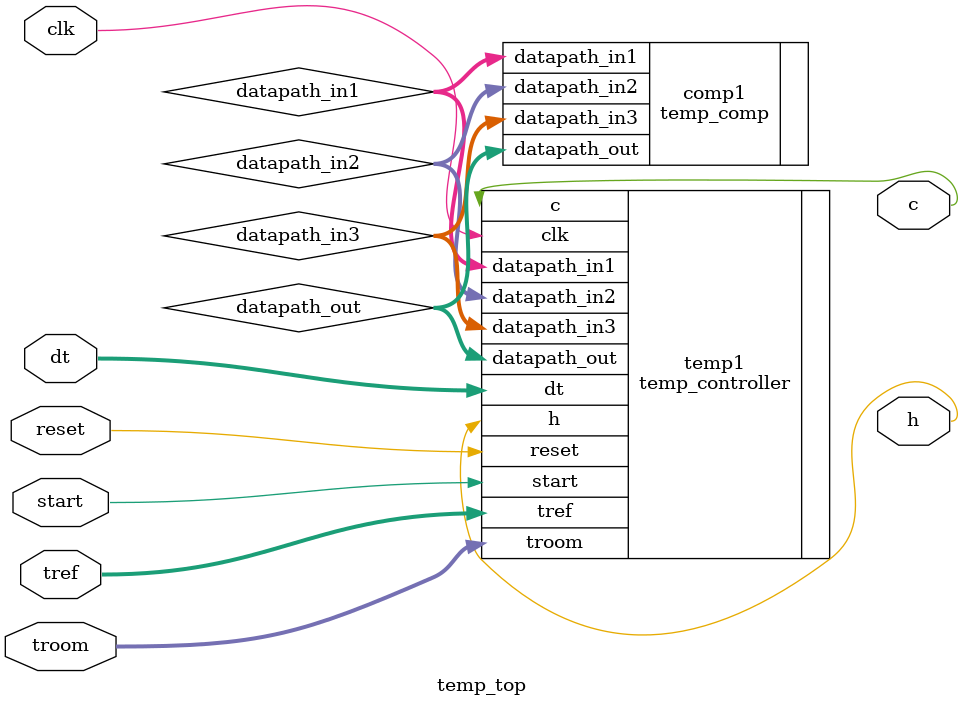
<source format=v>
module temp_top(
    input wire clk, reset, start,
    input wire [6:0] troom, tref, dt,
    output wire h, c 
    
);

wire [6:0] datapath_in1, datapath_in2, datapath_in3;
wire [3:0] datapath_out;

temp_controller temp1(

            .clk(clk),
            .reset(reset), 
            .start(start), 
            .troom(troom), 
            .tref(tref), 
            .dt(dt),
            .h(h),
            .c(c),
            .datapath_in1(datapath_in1),
            .datapath_in2(datapath_in2),
            .datapath_in3(datapath_in3),
            .datapath_out(datapath_out)
);

temp_comp comp1(
            .datapath_in1(datapath_in1), 
            .datapath_in2(datapath_in2), 
            .datapath_in3(datapath_in3),
            .datapath_out(datapath_out)
);


endmodule


</source>
